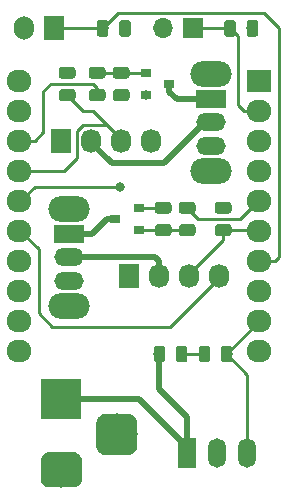
<source format=gbr>
G04 #@! TF.GenerationSoftware,KiCad,Pcbnew,5.0.0*
G04 #@! TF.CreationDate,2018-11-28T10:21:33-08:00*
G04 #@! TF.ProjectId,fanpower,66616E706F7765722E6B696361645F70,rev?*
G04 #@! TF.SameCoordinates,Original*
G04 #@! TF.FileFunction,Copper,L1,Top,Signal*
G04 #@! TF.FilePolarity,Positive*
%FSLAX46Y46*%
G04 Gerber Fmt 4.6, Leading zero omitted, Abs format (unit mm)*
G04 Created by KiCad (PCBNEW 5.0.0) date Wed Nov 28 10:21:33 2018*
%MOMM*%
%LPD*%
G01*
G04 APERTURE LIST*
G04 #@! TA.AperFunction,ComponentPad*
%ADD10R,1.700000X2.000000*%
G04 #@! TD*
G04 #@! TA.AperFunction,ComponentPad*
%ADD11O,1.700000X2.000000*%
G04 #@! TD*
G04 #@! TA.AperFunction,SMDPad,CuDef*
%ADD12R,0.900000X0.800000*%
G04 #@! TD*
G04 #@! TA.AperFunction,ComponentPad*
%ADD13R,2.100000X1.900000*%
G04 #@! TD*
G04 #@! TA.AperFunction,ComponentPad*
%ADD14O,2.100000X1.900000*%
G04 #@! TD*
G04 #@! TA.AperFunction,Conductor*
%ADD15C,0.100000*%
G04 #@! TD*
G04 #@! TA.AperFunction,SMDPad,CuDef*
%ADD16C,0.975000*%
G04 #@! TD*
G04 #@! TA.AperFunction,ComponentPad*
%ADD17R,3.500000X3.500000*%
G04 #@! TD*
G04 #@! TA.AperFunction,ComponentPad*
%ADD18C,3.000000*%
G04 #@! TD*
G04 #@! TA.AperFunction,ComponentPad*
%ADD19C,3.500000*%
G04 #@! TD*
G04 #@! TA.AperFunction,ComponentPad*
%ADD20R,1.700000X1.700000*%
G04 #@! TD*
G04 #@! TA.AperFunction,ComponentPad*
%ADD21O,1.700000X1.700000*%
G04 #@! TD*
G04 #@! TA.AperFunction,ComponentPad*
%ADD22O,1.730000X2.030000*%
G04 #@! TD*
G04 #@! TA.AperFunction,ComponentPad*
%ADD23R,1.730000X2.030000*%
G04 #@! TD*
G04 #@! TA.AperFunction,ComponentPad*
%ADD24O,3.500000X2.200000*%
G04 #@! TD*
G04 #@! TA.AperFunction,ComponentPad*
%ADD25O,2.500000X1.500000*%
G04 #@! TD*
G04 #@! TA.AperFunction,ComponentPad*
%ADD26R,2.500000X1.500000*%
G04 #@! TD*
G04 #@! TA.AperFunction,ComponentPad*
%ADD27R,1.500000X2.500000*%
G04 #@! TD*
G04 #@! TA.AperFunction,ComponentPad*
%ADD28O,1.500000X2.500000*%
G04 #@! TD*
G04 #@! TA.AperFunction,ViaPad*
%ADD29C,0.800000*%
G04 #@! TD*
G04 #@! TA.AperFunction,Conductor*
%ADD30C,0.250000*%
G04 #@! TD*
G04 #@! TA.AperFunction,Conductor*
%ADD31C,0.508000*%
G04 #@! TD*
G04 APERTURE END LIST*
D10*
G04 #@! TO.P,FLOW1,1*
G04 #@! TO.N,/FLOW*
X192405000Y-86995000D03*
D11*
G04 #@! TO.P,FLOW1,2*
G04 #@! TO.N,GND*
X189905000Y-86995000D03*
G04 #@! TD*
D12*
G04 #@! TO.P,Q2,3*
G04 #@! TO.N,Net-(Q2-Pad3)*
X197628000Y-103124000D03*
G04 #@! TO.P,Q2,2*
G04 #@! TO.N,GND*
X199628000Y-102174000D03*
G04 #@! TO.P,Q2,1*
G04 #@! TO.N,Net-(Q2-Pad1)*
X199628000Y-104074000D03*
G04 #@! TD*
G04 #@! TO.P,Q1,1*
G04 #@! TO.N,Net-(Q1-Pad1)*
X200184000Y-90744000D03*
G04 #@! TO.P,Q1,2*
G04 #@! TO.N,GND*
X200184000Y-92644000D03*
G04 #@! TO.P,Q1,3*
G04 #@! TO.N,Net-(Q1-Pad3)*
X202184000Y-91694000D03*
G04 #@! TD*
D13*
G04 #@! TO.P,A1,1*
G04 #@! TO.N,Net-(A1-Pad1)*
X209804000Y-91440000D03*
D14*
G04 #@! TO.P,A1,20*
G04 #@! TO.N,Net-(A1-Pad20)*
X189484000Y-91440000D03*
G04 #@! TO.P,A1,2*
G04 #@! TO.N,/NTC*
X209804000Y-93980000D03*
G04 #@! TO.P,A1,19*
G04 #@! TO.N,Net-(A1-Pad19)*
X189484000Y-93980000D03*
G04 #@! TO.P,A1,3*
G04 #@! TO.N,Net-(A1-Pad3)*
X209804000Y-96520000D03*
G04 #@! TO.P,A1,18*
G04 #@! TO.N,/SIGON1*
X189484000Y-96520000D03*
G04 #@! TO.P,A1,4*
G04 #@! TO.N,Net-(A1-Pad4)*
X209804000Y-99060000D03*
G04 #@! TO.P,A1,17*
G04 #@! TO.N,/SIGTACH1*
X189484000Y-99060000D03*
G04 #@! TO.P,A1,5*
G04 #@! TO.N,/SIGON2*
X209804000Y-101600000D03*
G04 #@! TO.P,A1,16*
G04 #@! TO.N,/SIGPWM1*
X189484000Y-101600000D03*
G04 #@! TO.P,A1,6*
G04 #@! TO.N,/SIGTACH2*
X209804000Y-104140000D03*
G04 #@! TO.P,A1,15*
G04 #@! TO.N,/SIGPWM2*
X189484000Y-104140000D03*
G04 #@! TO.P,A1,7*
G04 #@! TO.N,/FLOW*
X209804000Y-106680000D03*
G04 #@! TO.P,A1,14*
G04 #@! TO.N,Net-(A1-Pad14)*
X189484000Y-106680000D03*
G04 #@! TO.P,A1,8*
G04 #@! TO.N,Net-(A1-Pad8)*
X209804000Y-109220000D03*
G04 #@! TO.P,A1,13*
G04 #@! TO.N,+3V3*
X189484000Y-109220000D03*
G04 #@! TO.P,A1,9*
G04 #@! TO.N,+5V*
X209804000Y-111760000D03*
G04 #@! TO.P,A1,12*
G04 #@! TO.N,Net-(A1-Pad12)*
X189484000Y-111760000D03*
G04 #@! TO.P,A1,10*
G04 #@! TO.N,GND*
X209804000Y-114300000D03*
G04 #@! TO.P,A1,11*
X189484000Y-114300000D03*
G04 #@! TD*
D15*
G04 #@! TO.N,/SIGTACH2*
G04 #@! TO.C,R9*
G36*
X207236142Y-103575174D02*
X207259803Y-103578684D01*
X207283007Y-103584496D01*
X207305529Y-103592554D01*
X207327153Y-103602782D01*
X207347670Y-103615079D01*
X207366883Y-103629329D01*
X207384607Y-103645393D01*
X207400671Y-103663117D01*
X207414921Y-103682330D01*
X207427218Y-103702847D01*
X207437446Y-103724471D01*
X207445504Y-103746993D01*
X207451316Y-103770197D01*
X207454826Y-103793858D01*
X207456000Y-103817750D01*
X207456000Y-104305250D01*
X207454826Y-104329142D01*
X207451316Y-104352803D01*
X207445504Y-104376007D01*
X207437446Y-104398529D01*
X207427218Y-104420153D01*
X207414921Y-104440670D01*
X207400671Y-104459883D01*
X207384607Y-104477607D01*
X207366883Y-104493671D01*
X207347670Y-104507921D01*
X207327153Y-104520218D01*
X207305529Y-104530446D01*
X207283007Y-104538504D01*
X207259803Y-104544316D01*
X207236142Y-104547826D01*
X207212250Y-104549000D01*
X206299750Y-104549000D01*
X206275858Y-104547826D01*
X206252197Y-104544316D01*
X206228993Y-104538504D01*
X206206471Y-104530446D01*
X206184847Y-104520218D01*
X206164330Y-104507921D01*
X206145117Y-104493671D01*
X206127393Y-104477607D01*
X206111329Y-104459883D01*
X206097079Y-104440670D01*
X206084782Y-104420153D01*
X206074554Y-104398529D01*
X206066496Y-104376007D01*
X206060684Y-104352803D01*
X206057174Y-104329142D01*
X206056000Y-104305250D01*
X206056000Y-103817750D01*
X206057174Y-103793858D01*
X206060684Y-103770197D01*
X206066496Y-103746993D01*
X206074554Y-103724471D01*
X206084782Y-103702847D01*
X206097079Y-103682330D01*
X206111329Y-103663117D01*
X206127393Y-103645393D01*
X206145117Y-103629329D01*
X206164330Y-103615079D01*
X206184847Y-103602782D01*
X206206471Y-103592554D01*
X206228993Y-103584496D01*
X206252197Y-103578684D01*
X206275858Y-103575174D01*
X206299750Y-103574000D01*
X207212250Y-103574000D01*
X207236142Y-103575174D01*
X207236142Y-103575174D01*
G37*
D16*
G04 #@! TD*
G04 #@! TO.P,R9,2*
G04 #@! TO.N,/SIGTACH2*
X206756000Y-104061500D03*
D15*
G04 #@! TO.N,+3V3*
G04 #@! TO.C,R9*
G36*
X207236142Y-101700174D02*
X207259803Y-101703684D01*
X207283007Y-101709496D01*
X207305529Y-101717554D01*
X207327153Y-101727782D01*
X207347670Y-101740079D01*
X207366883Y-101754329D01*
X207384607Y-101770393D01*
X207400671Y-101788117D01*
X207414921Y-101807330D01*
X207427218Y-101827847D01*
X207437446Y-101849471D01*
X207445504Y-101871993D01*
X207451316Y-101895197D01*
X207454826Y-101918858D01*
X207456000Y-101942750D01*
X207456000Y-102430250D01*
X207454826Y-102454142D01*
X207451316Y-102477803D01*
X207445504Y-102501007D01*
X207437446Y-102523529D01*
X207427218Y-102545153D01*
X207414921Y-102565670D01*
X207400671Y-102584883D01*
X207384607Y-102602607D01*
X207366883Y-102618671D01*
X207347670Y-102632921D01*
X207327153Y-102645218D01*
X207305529Y-102655446D01*
X207283007Y-102663504D01*
X207259803Y-102669316D01*
X207236142Y-102672826D01*
X207212250Y-102674000D01*
X206299750Y-102674000D01*
X206275858Y-102672826D01*
X206252197Y-102669316D01*
X206228993Y-102663504D01*
X206206471Y-102655446D01*
X206184847Y-102645218D01*
X206164330Y-102632921D01*
X206145117Y-102618671D01*
X206127393Y-102602607D01*
X206111329Y-102584883D01*
X206097079Y-102565670D01*
X206084782Y-102545153D01*
X206074554Y-102523529D01*
X206066496Y-102501007D01*
X206060684Y-102477803D01*
X206057174Y-102454142D01*
X206056000Y-102430250D01*
X206056000Y-101942750D01*
X206057174Y-101918858D01*
X206060684Y-101895197D01*
X206066496Y-101871993D01*
X206074554Y-101849471D01*
X206084782Y-101827847D01*
X206097079Y-101807330D01*
X206111329Y-101788117D01*
X206127393Y-101770393D01*
X206145117Y-101754329D01*
X206164330Y-101740079D01*
X206184847Y-101727782D01*
X206206471Y-101717554D01*
X206228993Y-101709496D01*
X206252197Y-101703684D01*
X206275858Y-101700174D01*
X206299750Y-101699000D01*
X207212250Y-101699000D01*
X207236142Y-101700174D01*
X207236142Y-101700174D01*
G37*
D16*
G04 #@! TD*
G04 #@! TO.P,R9,1*
G04 #@! TO.N,+3V3*
X206756000Y-102186500D03*
D15*
G04 #@! TO.N,+3V3*
G04 #@! TO.C,R6*
G36*
X194028142Y-90270174D02*
X194051803Y-90273684D01*
X194075007Y-90279496D01*
X194097529Y-90287554D01*
X194119153Y-90297782D01*
X194139670Y-90310079D01*
X194158883Y-90324329D01*
X194176607Y-90340393D01*
X194192671Y-90358117D01*
X194206921Y-90377330D01*
X194219218Y-90397847D01*
X194229446Y-90419471D01*
X194237504Y-90441993D01*
X194243316Y-90465197D01*
X194246826Y-90488858D01*
X194248000Y-90512750D01*
X194248000Y-91000250D01*
X194246826Y-91024142D01*
X194243316Y-91047803D01*
X194237504Y-91071007D01*
X194229446Y-91093529D01*
X194219218Y-91115153D01*
X194206921Y-91135670D01*
X194192671Y-91154883D01*
X194176607Y-91172607D01*
X194158883Y-91188671D01*
X194139670Y-91202921D01*
X194119153Y-91215218D01*
X194097529Y-91225446D01*
X194075007Y-91233504D01*
X194051803Y-91239316D01*
X194028142Y-91242826D01*
X194004250Y-91244000D01*
X193091750Y-91244000D01*
X193067858Y-91242826D01*
X193044197Y-91239316D01*
X193020993Y-91233504D01*
X192998471Y-91225446D01*
X192976847Y-91215218D01*
X192956330Y-91202921D01*
X192937117Y-91188671D01*
X192919393Y-91172607D01*
X192903329Y-91154883D01*
X192889079Y-91135670D01*
X192876782Y-91115153D01*
X192866554Y-91093529D01*
X192858496Y-91071007D01*
X192852684Y-91047803D01*
X192849174Y-91024142D01*
X192848000Y-91000250D01*
X192848000Y-90512750D01*
X192849174Y-90488858D01*
X192852684Y-90465197D01*
X192858496Y-90441993D01*
X192866554Y-90419471D01*
X192876782Y-90397847D01*
X192889079Y-90377330D01*
X192903329Y-90358117D01*
X192919393Y-90340393D01*
X192937117Y-90324329D01*
X192956330Y-90310079D01*
X192976847Y-90297782D01*
X192998471Y-90287554D01*
X193020993Y-90279496D01*
X193044197Y-90273684D01*
X193067858Y-90270174D01*
X193091750Y-90269000D01*
X194004250Y-90269000D01*
X194028142Y-90270174D01*
X194028142Y-90270174D01*
G37*
D16*
G04 #@! TD*
G04 #@! TO.P,R6,1*
G04 #@! TO.N,+3V3*
X193548000Y-90756500D03*
D15*
G04 #@! TO.N,/SIGTACH1*
G04 #@! TO.C,R6*
G36*
X194028142Y-92145174D02*
X194051803Y-92148684D01*
X194075007Y-92154496D01*
X194097529Y-92162554D01*
X194119153Y-92172782D01*
X194139670Y-92185079D01*
X194158883Y-92199329D01*
X194176607Y-92215393D01*
X194192671Y-92233117D01*
X194206921Y-92252330D01*
X194219218Y-92272847D01*
X194229446Y-92294471D01*
X194237504Y-92316993D01*
X194243316Y-92340197D01*
X194246826Y-92363858D01*
X194248000Y-92387750D01*
X194248000Y-92875250D01*
X194246826Y-92899142D01*
X194243316Y-92922803D01*
X194237504Y-92946007D01*
X194229446Y-92968529D01*
X194219218Y-92990153D01*
X194206921Y-93010670D01*
X194192671Y-93029883D01*
X194176607Y-93047607D01*
X194158883Y-93063671D01*
X194139670Y-93077921D01*
X194119153Y-93090218D01*
X194097529Y-93100446D01*
X194075007Y-93108504D01*
X194051803Y-93114316D01*
X194028142Y-93117826D01*
X194004250Y-93119000D01*
X193091750Y-93119000D01*
X193067858Y-93117826D01*
X193044197Y-93114316D01*
X193020993Y-93108504D01*
X192998471Y-93100446D01*
X192976847Y-93090218D01*
X192956330Y-93077921D01*
X192937117Y-93063671D01*
X192919393Y-93047607D01*
X192903329Y-93029883D01*
X192889079Y-93010670D01*
X192876782Y-92990153D01*
X192866554Y-92968529D01*
X192858496Y-92946007D01*
X192852684Y-92922803D01*
X192849174Y-92899142D01*
X192848000Y-92875250D01*
X192848000Y-92387750D01*
X192849174Y-92363858D01*
X192852684Y-92340197D01*
X192858496Y-92316993D01*
X192866554Y-92294471D01*
X192876782Y-92272847D01*
X192889079Y-92252330D01*
X192903329Y-92233117D01*
X192919393Y-92215393D01*
X192937117Y-92199329D01*
X192956330Y-92185079D01*
X192976847Y-92172782D01*
X192998471Y-92162554D01*
X193020993Y-92154496D01*
X193044197Y-92148684D01*
X193067858Y-92145174D01*
X193091750Y-92144000D01*
X194004250Y-92144000D01*
X194028142Y-92145174D01*
X194028142Y-92145174D01*
G37*
D16*
G04 #@! TD*
G04 #@! TO.P,R6,2*
G04 #@! TO.N,/SIGTACH1*
X193548000Y-92631500D03*
D15*
G04 #@! TO.N,/SIGON2*
G04 #@! TO.C,R7*
G36*
X204188142Y-101700174D02*
X204211803Y-101703684D01*
X204235007Y-101709496D01*
X204257529Y-101717554D01*
X204279153Y-101727782D01*
X204299670Y-101740079D01*
X204318883Y-101754329D01*
X204336607Y-101770393D01*
X204352671Y-101788117D01*
X204366921Y-101807330D01*
X204379218Y-101827847D01*
X204389446Y-101849471D01*
X204397504Y-101871993D01*
X204403316Y-101895197D01*
X204406826Y-101918858D01*
X204408000Y-101942750D01*
X204408000Y-102430250D01*
X204406826Y-102454142D01*
X204403316Y-102477803D01*
X204397504Y-102501007D01*
X204389446Y-102523529D01*
X204379218Y-102545153D01*
X204366921Y-102565670D01*
X204352671Y-102584883D01*
X204336607Y-102602607D01*
X204318883Y-102618671D01*
X204299670Y-102632921D01*
X204279153Y-102645218D01*
X204257529Y-102655446D01*
X204235007Y-102663504D01*
X204211803Y-102669316D01*
X204188142Y-102672826D01*
X204164250Y-102674000D01*
X203251750Y-102674000D01*
X203227858Y-102672826D01*
X203204197Y-102669316D01*
X203180993Y-102663504D01*
X203158471Y-102655446D01*
X203136847Y-102645218D01*
X203116330Y-102632921D01*
X203097117Y-102618671D01*
X203079393Y-102602607D01*
X203063329Y-102584883D01*
X203049079Y-102565670D01*
X203036782Y-102545153D01*
X203026554Y-102523529D01*
X203018496Y-102501007D01*
X203012684Y-102477803D01*
X203009174Y-102454142D01*
X203008000Y-102430250D01*
X203008000Y-101942750D01*
X203009174Y-101918858D01*
X203012684Y-101895197D01*
X203018496Y-101871993D01*
X203026554Y-101849471D01*
X203036782Y-101827847D01*
X203049079Y-101807330D01*
X203063329Y-101788117D01*
X203079393Y-101770393D01*
X203097117Y-101754329D01*
X203116330Y-101740079D01*
X203136847Y-101727782D01*
X203158471Y-101717554D01*
X203180993Y-101709496D01*
X203204197Y-101703684D01*
X203227858Y-101700174D01*
X203251750Y-101699000D01*
X204164250Y-101699000D01*
X204188142Y-101700174D01*
X204188142Y-101700174D01*
G37*
D16*
G04 #@! TD*
G04 #@! TO.P,R7,2*
G04 #@! TO.N,/SIGON2*
X203708000Y-102186500D03*
D15*
G04 #@! TO.N,Net-(Q2-Pad1)*
G04 #@! TO.C,R7*
G36*
X204188142Y-103575174D02*
X204211803Y-103578684D01*
X204235007Y-103584496D01*
X204257529Y-103592554D01*
X204279153Y-103602782D01*
X204299670Y-103615079D01*
X204318883Y-103629329D01*
X204336607Y-103645393D01*
X204352671Y-103663117D01*
X204366921Y-103682330D01*
X204379218Y-103702847D01*
X204389446Y-103724471D01*
X204397504Y-103746993D01*
X204403316Y-103770197D01*
X204406826Y-103793858D01*
X204408000Y-103817750D01*
X204408000Y-104305250D01*
X204406826Y-104329142D01*
X204403316Y-104352803D01*
X204397504Y-104376007D01*
X204389446Y-104398529D01*
X204379218Y-104420153D01*
X204366921Y-104440670D01*
X204352671Y-104459883D01*
X204336607Y-104477607D01*
X204318883Y-104493671D01*
X204299670Y-104507921D01*
X204279153Y-104520218D01*
X204257529Y-104530446D01*
X204235007Y-104538504D01*
X204211803Y-104544316D01*
X204188142Y-104547826D01*
X204164250Y-104549000D01*
X203251750Y-104549000D01*
X203227858Y-104547826D01*
X203204197Y-104544316D01*
X203180993Y-104538504D01*
X203158471Y-104530446D01*
X203136847Y-104520218D01*
X203116330Y-104507921D01*
X203097117Y-104493671D01*
X203079393Y-104477607D01*
X203063329Y-104459883D01*
X203049079Y-104440670D01*
X203036782Y-104420153D01*
X203026554Y-104398529D01*
X203018496Y-104376007D01*
X203012684Y-104352803D01*
X203009174Y-104329142D01*
X203008000Y-104305250D01*
X203008000Y-103817750D01*
X203009174Y-103793858D01*
X203012684Y-103770197D01*
X203018496Y-103746993D01*
X203026554Y-103724471D01*
X203036782Y-103702847D01*
X203049079Y-103682330D01*
X203063329Y-103663117D01*
X203079393Y-103645393D01*
X203097117Y-103629329D01*
X203116330Y-103615079D01*
X203136847Y-103602782D01*
X203158471Y-103592554D01*
X203180993Y-103584496D01*
X203204197Y-103578684D01*
X203227858Y-103575174D01*
X203251750Y-103574000D01*
X204164250Y-103574000D01*
X204188142Y-103575174D01*
X204188142Y-103575174D01*
G37*
D16*
G04 #@! TD*
G04 #@! TO.P,R7,1*
G04 #@! TO.N,Net-(Q2-Pad1)*
X203708000Y-104061500D03*
D15*
G04 #@! TO.N,Net-(Q2-Pad1)*
G04 #@! TO.C,R8*
G36*
X202156142Y-103575174D02*
X202179803Y-103578684D01*
X202203007Y-103584496D01*
X202225529Y-103592554D01*
X202247153Y-103602782D01*
X202267670Y-103615079D01*
X202286883Y-103629329D01*
X202304607Y-103645393D01*
X202320671Y-103663117D01*
X202334921Y-103682330D01*
X202347218Y-103702847D01*
X202357446Y-103724471D01*
X202365504Y-103746993D01*
X202371316Y-103770197D01*
X202374826Y-103793858D01*
X202376000Y-103817750D01*
X202376000Y-104305250D01*
X202374826Y-104329142D01*
X202371316Y-104352803D01*
X202365504Y-104376007D01*
X202357446Y-104398529D01*
X202347218Y-104420153D01*
X202334921Y-104440670D01*
X202320671Y-104459883D01*
X202304607Y-104477607D01*
X202286883Y-104493671D01*
X202267670Y-104507921D01*
X202247153Y-104520218D01*
X202225529Y-104530446D01*
X202203007Y-104538504D01*
X202179803Y-104544316D01*
X202156142Y-104547826D01*
X202132250Y-104549000D01*
X201219750Y-104549000D01*
X201195858Y-104547826D01*
X201172197Y-104544316D01*
X201148993Y-104538504D01*
X201126471Y-104530446D01*
X201104847Y-104520218D01*
X201084330Y-104507921D01*
X201065117Y-104493671D01*
X201047393Y-104477607D01*
X201031329Y-104459883D01*
X201017079Y-104440670D01*
X201004782Y-104420153D01*
X200994554Y-104398529D01*
X200986496Y-104376007D01*
X200980684Y-104352803D01*
X200977174Y-104329142D01*
X200976000Y-104305250D01*
X200976000Y-103817750D01*
X200977174Y-103793858D01*
X200980684Y-103770197D01*
X200986496Y-103746993D01*
X200994554Y-103724471D01*
X201004782Y-103702847D01*
X201017079Y-103682330D01*
X201031329Y-103663117D01*
X201047393Y-103645393D01*
X201065117Y-103629329D01*
X201084330Y-103615079D01*
X201104847Y-103602782D01*
X201126471Y-103592554D01*
X201148993Y-103584496D01*
X201172197Y-103578684D01*
X201195858Y-103575174D01*
X201219750Y-103574000D01*
X202132250Y-103574000D01*
X202156142Y-103575174D01*
X202156142Y-103575174D01*
G37*
D16*
G04 #@! TD*
G04 #@! TO.P,R8,1*
G04 #@! TO.N,Net-(Q2-Pad1)*
X201676000Y-104061500D03*
D15*
G04 #@! TO.N,GND*
G04 #@! TO.C,R8*
G36*
X202156142Y-101700174D02*
X202179803Y-101703684D01*
X202203007Y-101709496D01*
X202225529Y-101717554D01*
X202247153Y-101727782D01*
X202267670Y-101740079D01*
X202286883Y-101754329D01*
X202304607Y-101770393D01*
X202320671Y-101788117D01*
X202334921Y-101807330D01*
X202347218Y-101827847D01*
X202357446Y-101849471D01*
X202365504Y-101871993D01*
X202371316Y-101895197D01*
X202374826Y-101918858D01*
X202376000Y-101942750D01*
X202376000Y-102430250D01*
X202374826Y-102454142D01*
X202371316Y-102477803D01*
X202365504Y-102501007D01*
X202357446Y-102523529D01*
X202347218Y-102545153D01*
X202334921Y-102565670D01*
X202320671Y-102584883D01*
X202304607Y-102602607D01*
X202286883Y-102618671D01*
X202267670Y-102632921D01*
X202247153Y-102645218D01*
X202225529Y-102655446D01*
X202203007Y-102663504D01*
X202179803Y-102669316D01*
X202156142Y-102672826D01*
X202132250Y-102674000D01*
X201219750Y-102674000D01*
X201195858Y-102672826D01*
X201172197Y-102669316D01*
X201148993Y-102663504D01*
X201126471Y-102655446D01*
X201104847Y-102645218D01*
X201084330Y-102632921D01*
X201065117Y-102618671D01*
X201047393Y-102602607D01*
X201031329Y-102584883D01*
X201017079Y-102565670D01*
X201004782Y-102545153D01*
X200994554Y-102523529D01*
X200986496Y-102501007D01*
X200980684Y-102477803D01*
X200977174Y-102454142D01*
X200976000Y-102430250D01*
X200976000Y-101942750D01*
X200977174Y-101918858D01*
X200980684Y-101895197D01*
X200986496Y-101871993D01*
X200994554Y-101849471D01*
X201004782Y-101827847D01*
X201017079Y-101807330D01*
X201031329Y-101788117D01*
X201047393Y-101770393D01*
X201065117Y-101754329D01*
X201084330Y-101740079D01*
X201104847Y-101727782D01*
X201126471Y-101717554D01*
X201148993Y-101709496D01*
X201172197Y-101703684D01*
X201195858Y-101700174D01*
X201219750Y-101699000D01*
X202132250Y-101699000D01*
X202156142Y-101700174D01*
X202156142Y-101700174D01*
G37*
D16*
G04 #@! TD*
G04 #@! TO.P,R8,2*
G04 #@! TO.N,GND*
X201676000Y-102186500D03*
D15*
G04 #@! TO.N,+12V*
G04 #@! TO.C,C1*
G36*
X201625338Y-113861652D02*
X201648999Y-113865162D01*
X201672203Y-113870974D01*
X201694725Y-113879032D01*
X201716349Y-113889260D01*
X201736866Y-113901557D01*
X201756079Y-113915807D01*
X201773803Y-113931871D01*
X201789867Y-113949595D01*
X201804117Y-113968808D01*
X201816414Y-113989325D01*
X201826642Y-114010949D01*
X201834700Y-114033471D01*
X201840512Y-114056675D01*
X201844022Y-114080336D01*
X201845196Y-114104228D01*
X201845196Y-115016728D01*
X201844022Y-115040620D01*
X201840512Y-115064281D01*
X201834700Y-115087485D01*
X201826642Y-115110007D01*
X201816414Y-115131631D01*
X201804117Y-115152148D01*
X201789867Y-115171361D01*
X201773803Y-115189085D01*
X201756079Y-115205149D01*
X201736866Y-115219399D01*
X201716349Y-115231696D01*
X201694725Y-115241924D01*
X201672203Y-115249982D01*
X201648999Y-115255794D01*
X201625338Y-115259304D01*
X201601446Y-115260478D01*
X201113946Y-115260478D01*
X201090054Y-115259304D01*
X201066393Y-115255794D01*
X201043189Y-115249982D01*
X201020667Y-115241924D01*
X200999043Y-115231696D01*
X200978526Y-115219399D01*
X200959313Y-115205149D01*
X200941589Y-115189085D01*
X200925525Y-115171361D01*
X200911275Y-115152148D01*
X200898978Y-115131631D01*
X200888750Y-115110007D01*
X200880692Y-115087485D01*
X200874880Y-115064281D01*
X200871370Y-115040620D01*
X200870196Y-115016728D01*
X200870196Y-114104228D01*
X200871370Y-114080336D01*
X200874880Y-114056675D01*
X200880692Y-114033471D01*
X200888750Y-114010949D01*
X200898978Y-113989325D01*
X200911275Y-113968808D01*
X200925525Y-113949595D01*
X200941589Y-113931871D01*
X200959313Y-113915807D01*
X200978526Y-113901557D01*
X200999043Y-113889260D01*
X201020667Y-113879032D01*
X201043189Y-113870974D01*
X201066393Y-113865162D01*
X201090054Y-113861652D01*
X201113946Y-113860478D01*
X201601446Y-113860478D01*
X201625338Y-113861652D01*
X201625338Y-113861652D01*
G37*
D16*
G04 #@! TD*
G04 #@! TO.P,C1,1*
G04 #@! TO.N,+12V*
X201357696Y-114560478D03*
D15*
G04 #@! TO.N,GND*
G04 #@! TO.C,C1*
G36*
X203500338Y-113861652D02*
X203523999Y-113865162D01*
X203547203Y-113870974D01*
X203569725Y-113879032D01*
X203591349Y-113889260D01*
X203611866Y-113901557D01*
X203631079Y-113915807D01*
X203648803Y-113931871D01*
X203664867Y-113949595D01*
X203679117Y-113968808D01*
X203691414Y-113989325D01*
X203701642Y-114010949D01*
X203709700Y-114033471D01*
X203715512Y-114056675D01*
X203719022Y-114080336D01*
X203720196Y-114104228D01*
X203720196Y-115016728D01*
X203719022Y-115040620D01*
X203715512Y-115064281D01*
X203709700Y-115087485D01*
X203701642Y-115110007D01*
X203691414Y-115131631D01*
X203679117Y-115152148D01*
X203664867Y-115171361D01*
X203648803Y-115189085D01*
X203631079Y-115205149D01*
X203611866Y-115219399D01*
X203591349Y-115231696D01*
X203569725Y-115241924D01*
X203547203Y-115249982D01*
X203523999Y-115255794D01*
X203500338Y-115259304D01*
X203476446Y-115260478D01*
X202988946Y-115260478D01*
X202965054Y-115259304D01*
X202941393Y-115255794D01*
X202918189Y-115249982D01*
X202895667Y-115241924D01*
X202874043Y-115231696D01*
X202853526Y-115219399D01*
X202834313Y-115205149D01*
X202816589Y-115189085D01*
X202800525Y-115171361D01*
X202786275Y-115152148D01*
X202773978Y-115131631D01*
X202763750Y-115110007D01*
X202755692Y-115087485D01*
X202749880Y-115064281D01*
X202746370Y-115040620D01*
X202745196Y-115016728D01*
X202745196Y-114104228D01*
X202746370Y-114080336D01*
X202749880Y-114056675D01*
X202755692Y-114033471D01*
X202763750Y-114010949D01*
X202773978Y-113989325D01*
X202786275Y-113968808D01*
X202800525Y-113949595D01*
X202816589Y-113931871D01*
X202834313Y-113915807D01*
X202853526Y-113901557D01*
X202874043Y-113889260D01*
X202895667Y-113879032D01*
X202918189Y-113870974D01*
X202941393Y-113865162D01*
X202965054Y-113861652D01*
X202988946Y-113860478D01*
X203476446Y-113860478D01*
X203500338Y-113861652D01*
X203500338Y-113861652D01*
G37*
D16*
G04 #@! TD*
G04 #@! TO.P,C1,2*
G04 #@! TO.N,GND*
X203232696Y-114560478D03*
D15*
G04 #@! TO.N,GND*
G04 #@! TO.C,C2*
G36*
X205435338Y-113861652D02*
X205458999Y-113865162D01*
X205482203Y-113870974D01*
X205504725Y-113879032D01*
X205526349Y-113889260D01*
X205546866Y-113901557D01*
X205566079Y-113915807D01*
X205583803Y-113931871D01*
X205599867Y-113949595D01*
X205614117Y-113968808D01*
X205626414Y-113989325D01*
X205636642Y-114010949D01*
X205644700Y-114033471D01*
X205650512Y-114056675D01*
X205654022Y-114080336D01*
X205655196Y-114104228D01*
X205655196Y-115016728D01*
X205654022Y-115040620D01*
X205650512Y-115064281D01*
X205644700Y-115087485D01*
X205636642Y-115110007D01*
X205626414Y-115131631D01*
X205614117Y-115152148D01*
X205599867Y-115171361D01*
X205583803Y-115189085D01*
X205566079Y-115205149D01*
X205546866Y-115219399D01*
X205526349Y-115231696D01*
X205504725Y-115241924D01*
X205482203Y-115249982D01*
X205458999Y-115255794D01*
X205435338Y-115259304D01*
X205411446Y-115260478D01*
X204923946Y-115260478D01*
X204900054Y-115259304D01*
X204876393Y-115255794D01*
X204853189Y-115249982D01*
X204830667Y-115241924D01*
X204809043Y-115231696D01*
X204788526Y-115219399D01*
X204769313Y-115205149D01*
X204751589Y-115189085D01*
X204735525Y-115171361D01*
X204721275Y-115152148D01*
X204708978Y-115131631D01*
X204698750Y-115110007D01*
X204690692Y-115087485D01*
X204684880Y-115064281D01*
X204681370Y-115040620D01*
X204680196Y-115016728D01*
X204680196Y-114104228D01*
X204681370Y-114080336D01*
X204684880Y-114056675D01*
X204690692Y-114033471D01*
X204698750Y-114010949D01*
X204708978Y-113989325D01*
X204721275Y-113968808D01*
X204735525Y-113949595D01*
X204751589Y-113931871D01*
X204769313Y-113915807D01*
X204788526Y-113901557D01*
X204809043Y-113889260D01*
X204830667Y-113879032D01*
X204853189Y-113870974D01*
X204876393Y-113865162D01*
X204900054Y-113861652D01*
X204923946Y-113860478D01*
X205411446Y-113860478D01*
X205435338Y-113861652D01*
X205435338Y-113861652D01*
G37*
D16*
G04 #@! TD*
G04 #@! TO.P,C2,2*
G04 #@! TO.N,GND*
X205167696Y-114560478D03*
D15*
G04 #@! TO.N,+5V*
G04 #@! TO.C,C2*
G36*
X207310338Y-113861652D02*
X207333999Y-113865162D01*
X207357203Y-113870974D01*
X207379725Y-113879032D01*
X207401349Y-113889260D01*
X207421866Y-113901557D01*
X207441079Y-113915807D01*
X207458803Y-113931871D01*
X207474867Y-113949595D01*
X207489117Y-113968808D01*
X207501414Y-113989325D01*
X207511642Y-114010949D01*
X207519700Y-114033471D01*
X207525512Y-114056675D01*
X207529022Y-114080336D01*
X207530196Y-114104228D01*
X207530196Y-115016728D01*
X207529022Y-115040620D01*
X207525512Y-115064281D01*
X207519700Y-115087485D01*
X207511642Y-115110007D01*
X207501414Y-115131631D01*
X207489117Y-115152148D01*
X207474867Y-115171361D01*
X207458803Y-115189085D01*
X207441079Y-115205149D01*
X207421866Y-115219399D01*
X207401349Y-115231696D01*
X207379725Y-115241924D01*
X207357203Y-115249982D01*
X207333999Y-115255794D01*
X207310338Y-115259304D01*
X207286446Y-115260478D01*
X206798946Y-115260478D01*
X206775054Y-115259304D01*
X206751393Y-115255794D01*
X206728189Y-115249982D01*
X206705667Y-115241924D01*
X206684043Y-115231696D01*
X206663526Y-115219399D01*
X206644313Y-115205149D01*
X206626589Y-115189085D01*
X206610525Y-115171361D01*
X206596275Y-115152148D01*
X206583978Y-115131631D01*
X206573750Y-115110007D01*
X206565692Y-115087485D01*
X206559880Y-115064281D01*
X206556370Y-115040620D01*
X206555196Y-115016728D01*
X206555196Y-114104228D01*
X206556370Y-114080336D01*
X206559880Y-114056675D01*
X206565692Y-114033471D01*
X206573750Y-114010949D01*
X206583978Y-113989325D01*
X206596275Y-113968808D01*
X206610525Y-113949595D01*
X206626589Y-113931871D01*
X206644313Y-113915807D01*
X206663526Y-113901557D01*
X206684043Y-113889260D01*
X206705667Y-113879032D01*
X206728189Y-113870974D01*
X206751393Y-113865162D01*
X206775054Y-113861652D01*
X206798946Y-113860478D01*
X207286446Y-113860478D01*
X207310338Y-113861652D01*
X207310338Y-113861652D01*
G37*
D16*
G04 #@! TD*
G04 #@! TO.P,C2,1*
G04 #@! TO.N,+5V*
X207042696Y-114560478D03*
D17*
G04 #@! TO.P,J2,1*
G04 #@! TO.N,+12V*
X193040000Y-118364000D03*
D15*
G04 #@! TD*
G04 #@! TO.N,GND*
G04 #@! TO.C,J2*
G36*
X194113513Y-122867611D02*
X194186318Y-122878411D01*
X194257714Y-122896295D01*
X194327013Y-122921090D01*
X194393548Y-122952559D01*
X194456678Y-122990398D01*
X194515795Y-123034242D01*
X194570330Y-123083670D01*
X194619758Y-123138205D01*
X194663602Y-123197322D01*
X194701441Y-123260452D01*
X194732910Y-123326987D01*
X194757705Y-123396286D01*
X194775589Y-123467682D01*
X194786389Y-123540487D01*
X194790000Y-123614000D01*
X194790000Y-125114000D01*
X194786389Y-125187513D01*
X194775589Y-125260318D01*
X194757705Y-125331714D01*
X194732910Y-125401013D01*
X194701441Y-125467548D01*
X194663602Y-125530678D01*
X194619758Y-125589795D01*
X194570330Y-125644330D01*
X194515795Y-125693758D01*
X194456678Y-125737602D01*
X194393548Y-125775441D01*
X194327013Y-125806910D01*
X194257714Y-125831705D01*
X194186318Y-125849589D01*
X194113513Y-125860389D01*
X194040000Y-125864000D01*
X192040000Y-125864000D01*
X191966487Y-125860389D01*
X191893682Y-125849589D01*
X191822286Y-125831705D01*
X191752987Y-125806910D01*
X191686452Y-125775441D01*
X191623322Y-125737602D01*
X191564205Y-125693758D01*
X191509670Y-125644330D01*
X191460242Y-125589795D01*
X191416398Y-125530678D01*
X191378559Y-125467548D01*
X191347090Y-125401013D01*
X191322295Y-125331714D01*
X191304411Y-125260318D01*
X191293611Y-125187513D01*
X191290000Y-125114000D01*
X191290000Y-123614000D01*
X191293611Y-123540487D01*
X191304411Y-123467682D01*
X191322295Y-123396286D01*
X191347090Y-123326987D01*
X191378559Y-123260452D01*
X191416398Y-123197322D01*
X191460242Y-123138205D01*
X191509670Y-123083670D01*
X191564205Y-123034242D01*
X191623322Y-122990398D01*
X191686452Y-122952559D01*
X191752987Y-122921090D01*
X191822286Y-122896295D01*
X191893682Y-122878411D01*
X191966487Y-122867611D01*
X192040000Y-122864000D01*
X194040000Y-122864000D01*
X194113513Y-122867611D01*
X194113513Y-122867611D01*
G37*
D18*
G04 #@! TO.P,J2,2*
G04 #@! TO.N,GND*
X193040000Y-124364000D03*
D15*
G04 #@! TD*
G04 #@! TO.N,Net-(J2-Pad3)*
G04 #@! TO.C,J2*
G36*
X198700765Y-119618213D02*
X198785704Y-119630813D01*
X198868999Y-119651677D01*
X198949848Y-119680605D01*
X199027472Y-119717319D01*
X199101124Y-119761464D01*
X199170094Y-119812616D01*
X199233718Y-119870282D01*
X199291384Y-119933906D01*
X199342536Y-120002876D01*
X199386681Y-120076528D01*
X199423395Y-120154152D01*
X199452323Y-120235001D01*
X199473187Y-120318296D01*
X199485787Y-120403235D01*
X199490000Y-120489000D01*
X199490000Y-122239000D01*
X199485787Y-122324765D01*
X199473187Y-122409704D01*
X199452323Y-122492999D01*
X199423395Y-122573848D01*
X199386681Y-122651472D01*
X199342536Y-122725124D01*
X199291384Y-122794094D01*
X199233718Y-122857718D01*
X199170094Y-122915384D01*
X199101124Y-122966536D01*
X199027472Y-123010681D01*
X198949848Y-123047395D01*
X198868999Y-123076323D01*
X198785704Y-123097187D01*
X198700765Y-123109787D01*
X198615000Y-123114000D01*
X196865000Y-123114000D01*
X196779235Y-123109787D01*
X196694296Y-123097187D01*
X196611001Y-123076323D01*
X196530152Y-123047395D01*
X196452528Y-123010681D01*
X196378876Y-122966536D01*
X196309906Y-122915384D01*
X196246282Y-122857718D01*
X196188616Y-122794094D01*
X196137464Y-122725124D01*
X196093319Y-122651472D01*
X196056605Y-122573848D01*
X196027677Y-122492999D01*
X196006813Y-122409704D01*
X195994213Y-122324765D01*
X195990000Y-122239000D01*
X195990000Y-120489000D01*
X195994213Y-120403235D01*
X196006813Y-120318296D01*
X196027677Y-120235001D01*
X196056605Y-120154152D01*
X196093319Y-120076528D01*
X196137464Y-120002876D01*
X196188616Y-119933906D01*
X196246282Y-119870282D01*
X196309906Y-119812616D01*
X196378876Y-119761464D01*
X196452528Y-119717319D01*
X196530152Y-119680605D01*
X196611001Y-119651677D01*
X196694296Y-119630813D01*
X196779235Y-119618213D01*
X196865000Y-119614000D01*
X198615000Y-119614000D01*
X198700765Y-119618213D01*
X198700765Y-119618213D01*
G37*
D19*
G04 #@! TO.P,J2,3*
G04 #@! TO.N,Net-(J2-Pad3)*
X197740000Y-121364000D03*
G04 #@! TD*
D20*
G04 #@! TO.P,NTC1,1*
G04 #@! TO.N,/NTC*
X204216000Y-86995000D03*
D21*
G04 #@! TO.P,NTC1,2*
G04 #@! TO.N,GND*
X201676000Y-86995000D03*
G04 #@! TD*
D22*
G04 #@! TO.P,FAN1,4*
G04 #@! TO.N,/SIGPWM1*
X200660000Y-96520000D03*
G04 #@! TO.P,FAN1,3*
G04 #@! TO.N,/SIGTACH1*
X198120000Y-96520000D03*
G04 #@! TO.P,FAN1,2*
G04 #@! TO.N,Net-(FAN1-Pad2)*
X195580000Y-96520000D03*
D23*
G04 #@! TO.P,FAN1,1*
G04 #@! TO.N,+12V*
X193040000Y-96520000D03*
G04 #@! TD*
G04 #@! TO.P,FAN2,1*
G04 #@! TO.N,+12V*
X198755000Y-107950000D03*
D22*
G04 #@! TO.P,FAN2,2*
G04 #@! TO.N,Net-(FAN2-Pad2)*
X201295000Y-107950000D03*
G04 #@! TO.P,FAN2,3*
G04 #@! TO.N,/SIGTACH2*
X203835000Y-107950000D03*
G04 #@! TO.P,FAN2,4*
G04 #@! TO.N,/SIGPWM2*
X206375000Y-107950000D03*
G04 #@! TD*
D15*
G04 #@! TO.N,/NTC*
G04 #@! TO.C,R1*
G36*
X207610142Y-86296174D02*
X207633803Y-86299684D01*
X207657007Y-86305496D01*
X207679529Y-86313554D01*
X207701153Y-86323782D01*
X207721670Y-86336079D01*
X207740883Y-86350329D01*
X207758607Y-86366393D01*
X207774671Y-86384117D01*
X207788921Y-86403330D01*
X207801218Y-86423847D01*
X207811446Y-86445471D01*
X207819504Y-86467993D01*
X207825316Y-86491197D01*
X207828826Y-86514858D01*
X207830000Y-86538750D01*
X207830000Y-87451250D01*
X207828826Y-87475142D01*
X207825316Y-87498803D01*
X207819504Y-87522007D01*
X207811446Y-87544529D01*
X207801218Y-87566153D01*
X207788921Y-87586670D01*
X207774671Y-87605883D01*
X207758607Y-87623607D01*
X207740883Y-87639671D01*
X207721670Y-87653921D01*
X207701153Y-87666218D01*
X207679529Y-87676446D01*
X207657007Y-87684504D01*
X207633803Y-87690316D01*
X207610142Y-87693826D01*
X207586250Y-87695000D01*
X207098750Y-87695000D01*
X207074858Y-87693826D01*
X207051197Y-87690316D01*
X207027993Y-87684504D01*
X207005471Y-87676446D01*
X206983847Y-87666218D01*
X206963330Y-87653921D01*
X206944117Y-87639671D01*
X206926393Y-87623607D01*
X206910329Y-87605883D01*
X206896079Y-87586670D01*
X206883782Y-87566153D01*
X206873554Y-87544529D01*
X206865496Y-87522007D01*
X206859684Y-87498803D01*
X206856174Y-87475142D01*
X206855000Y-87451250D01*
X206855000Y-86538750D01*
X206856174Y-86514858D01*
X206859684Y-86491197D01*
X206865496Y-86467993D01*
X206873554Y-86445471D01*
X206883782Y-86423847D01*
X206896079Y-86403330D01*
X206910329Y-86384117D01*
X206926393Y-86366393D01*
X206944117Y-86350329D01*
X206963330Y-86336079D01*
X206983847Y-86323782D01*
X207005471Y-86313554D01*
X207027993Y-86305496D01*
X207051197Y-86299684D01*
X207074858Y-86296174D01*
X207098750Y-86295000D01*
X207586250Y-86295000D01*
X207610142Y-86296174D01*
X207610142Y-86296174D01*
G37*
D16*
G04 #@! TD*
G04 #@! TO.P,R1,2*
G04 #@! TO.N,/NTC*
X207342500Y-86995000D03*
D15*
G04 #@! TO.N,+3V3*
G04 #@! TO.C,R1*
G36*
X209485142Y-86296174D02*
X209508803Y-86299684D01*
X209532007Y-86305496D01*
X209554529Y-86313554D01*
X209576153Y-86323782D01*
X209596670Y-86336079D01*
X209615883Y-86350329D01*
X209633607Y-86366393D01*
X209649671Y-86384117D01*
X209663921Y-86403330D01*
X209676218Y-86423847D01*
X209686446Y-86445471D01*
X209694504Y-86467993D01*
X209700316Y-86491197D01*
X209703826Y-86514858D01*
X209705000Y-86538750D01*
X209705000Y-87451250D01*
X209703826Y-87475142D01*
X209700316Y-87498803D01*
X209694504Y-87522007D01*
X209686446Y-87544529D01*
X209676218Y-87566153D01*
X209663921Y-87586670D01*
X209649671Y-87605883D01*
X209633607Y-87623607D01*
X209615883Y-87639671D01*
X209596670Y-87653921D01*
X209576153Y-87666218D01*
X209554529Y-87676446D01*
X209532007Y-87684504D01*
X209508803Y-87690316D01*
X209485142Y-87693826D01*
X209461250Y-87695000D01*
X208973750Y-87695000D01*
X208949858Y-87693826D01*
X208926197Y-87690316D01*
X208902993Y-87684504D01*
X208880471Y-87676446D01*
X208858847Y-87666218D01*
X208838330Y-87653921D01*
X208819117Y-87639671D01*
X208801393Y-87623607D01*
X208785329Y-87605883D01*
X208771079Y-87586670D01*
X208758782Y-87566153D01*
X208748554Y-87544529D01*
X208740496Y-87522007D01*
X208734684Y-87498803D01*
X208731174Y-87475142D01*
X208730000Y-87451250D01*
X208730000Y-86538750D01*
X208731174Y-86514858D01*
X208734684Y-86491197D01*
X208740496Y-86467993D01*
X208748554Y-86445471D01*
X208758782Y-86423847D01*
X208771079Y-86403330D01*
X208785329Y-86384117D01*
X208801393Y-86366393D01*
X208819117Y-86350329D01*
X208838330Y-86336079D01*
X208858847Y-86323782D01*
X208880471Y-86313554D01*
X208902993Y-86305496D01*
X208926197Y-86299684D01*
X208949858Y-86296174D01*
X208973750Y-86295000D01*
X209461250Y-86295000D01*
X209485142Y-86296174D01*
X209485142Y-86296174D01*
G37*
D16*
G04 #@! TD*
G04 #@! TO.P,R1,1*
G04 #@! TO.N,+3V3*
X209217500Y-86995000D03*
D15*
G04 #@! TO.N,+3V3*
G04 #@! TO.C,R2*
G36*
X198690142Y-86296174D02*
X198713803Y-86299684D01*
X198737007Y-86305496D01*
X198759529Y-86313554D01*
X198781153Y-86323782D01*
X198801670Y-86336079D01*
X198820883Y-86350329D01*
X198838607Y-86366393D01*
X198854671Y-86384117D01*
X198868921Y-86403330D01*
X198881218Y-86423847D01*
X198891446Y-86445471D01*
X198899504Y-86467993D01*
X198905316Y-86491197D01*
X198908826Y-86514858D01*
X198910000Y-86538750D01*
X198910000Y-87451250D01*
X198908826Y-87475142D01*
X198905316Y-87498803D01*
X198899504Y-87522007D01*
X198891446Y-87544529D01*
X198881218Y-87566153D01*
X198868921Y-87586670D01*
X198854671Y-87605883D01*
X198838607Y-87623607D01*
X198820883Y-87639671D01*
X198801670Y-87653921D01*
X198781153Y-87666218D01*
X198759529Y-87676446D01*
X198737007Y-87684504D01*
X198713803Y-87690316D01*
X198690142Y-87693826D01*
X198666250Y-87695000D01*
X198178750Y-87695000D01*
X198154858Y-87693826D01*
X198131197Y-87690316D01*
X198107993Y-87684504D01*
X198085471Y-87676446D01*
X198063847Y-87666218D01*
X198043330Y-87653921D01*
X198024117Y-87639671D01*
X198006393Y-87623607D01*
X197990329Y-87605883D01*
X197976079Y-87586670D01*
X197963782Y-87566153D01*
X197953554Y-87544529D01*
X197945496Y-87522007D01*
X197939684Y-87498803D01*
X197936174Y-87475142D01*
X197935000Y-87451250D01*
X197935000Y-86538750D01*
X197936174Y-86514858D01*
X197939684Y-86491197D01*
X197945496Y-86467993D01*
X197953554Y-86445471D01*
X197963782Y-86423847D01*
X197976079Y-86403330D01*
X197990329Y-86384117D01*
X198006393Y-86366393D01*
X198024117Y-86350329D01*
X198043330Y-86336079D01*
X198063847Y-86323782D01*
X198085471Y-86313554D01*
X198107993Y-86305496D01*
X198131197Y-86299684D01*
X198154858Y-86296174D01*
X198178750Y-86295000D01*
X198666250Y-86295000D01*
X198690142Y-86296174D01*
X198690142Y-86296174D01*
G37*
D16*
G04 #@! TD*
G04 #@! TO.P,R2,1*
G04 #@! TO.N,+3V3*
X198422500Y-86995000D03*
D15*
G04 #@! TO.N,/FLOW*
G04 #@! TO.C,R2*
G36*
X196815142Y-86296174D02*
X196838803Y-86299684D01*
X196862007Y-86305496D01*
X196884529Y-86313554D01*
X196906153Y-86323782D01*
X196926670Y-86336079D01*
X196945883Y-86350329D01*
X196963607Y-86366393D01*
X196979671Y-86384117D01*
X196993921Y-86403330D01*
X197006218Y-86423847D01*
X197016446Y-86445471D01*
X197024504Y-86467993D01*
X197030316Y-86491197D01*
X197033826Y-86514858D01*
X197035000Y-86538750D01*
X197035000Y-87451250D01*
X197033826Y-87475142D01*
X197030316Y-87498803D01*
X197024504Y-87522007D01*
X197016446Y-87544529D01*
X197006218Y-87566153D01*
X196993921Y-87586670D01*
X196979671Y-87605883D01*
X196963607Y-87623607D01*
X196945883Y-87639671D01*
X196926670Y-87653921D01*
X196906153Y-87666218D01*
X196884529Y-87676446D01*
X196862007Y-87684504D01*
X196838803Y-87690316D01*
X196815142Y-87693826D01*
X196791250Y-87695000D01*
X196303750Y-87695000D01*
X196279858Y-87693826D01*
X196256197Y-87690316D01*
X196232993Y-87684504D01*
X196210471Y-87676446D01*
X196188847Y-87666218D01*
X196168330Y-87653921D01*
X196149117Y-87639671D01*
X196131393Y-87623607D01*
X196115329Y-87605883D01*
X196101079Y-87586670D01*
X196088782Y-87566153D01*
X196078554Y-87544529D01*
X196070496Y-87522007D01*
X196064684Y-87498803D01*
X196061174Y-87475142D01*
X196060000Y-87451250D01*
X196060000Y-86538750D01*
X196061174Y-86514858D01*
X196064684Y-86491197D01*
X196070496Y-86467993D01*
X196078554Y-86445471D01*
X196088782Y-86423847D01*
X196101079Y-86403330D01*
X196115329Y-86384117D01*
X196131393Y-86366393D01*
X196149117Y-86350329D01*
X196168330Y-86336079D01*
X196188847Y-86323782D01*
X196210471Y-86313554D01*
X196232993Y-86305496D01*
X196256197Y-86299684D01*
X196279858Y-86296174D01*
X196303750Y-86295000D01*
X196791250Y-86295000D01*
X196815142Y-86296174D01*
X196815142Y-86296174D01*
G37*
D16*
G04 #@! TD*
G04 #@! TO.P,R2,2*
G04 #@! TO.N,/FLOW*
X196547500Y-86995000D03*
D15*
G04 #@! TO.N,Net-(Q1-Pad1)*
G04 #@! TO.C,R4*
G36*
X196568142Y-90270174D02*
X196591803Y-90273684D01*
X196615007Y-90279496D01*
X196637529Y-90287554D01*
X196659153Y-90297782D01*
X196679670Y-90310079D01*
X196698883Y-90324329D01*
X196716607Y-90340393D01*
X196732671Y-90358117D01*
X196746921Y-90377330D01*
X196759218Y-90397847D01*
X196769446Y-90419471D01*
X196777504Y-90441993D01*
X196783316Y-90465197D01*
X196786826Y-90488858D01*
X196788000Y-90512750D01*
X196788000Y-91000250D01*
X196786826Y-91024142D01*
X196783316Y-91047803D01*
X196777504Y-91071007D01*
X196769446Y-91093529D01*
X196759218Y-91115153D01*
X196746921Y-91135670D01*
X196732671Y-91154883D01*
X196716607Y-91172607D01*
X196698883Y-91188671D01*
X196679670Y-91202921D01*
X196659153Y-91215218D01*
X196637529Y-91225446D01*
X196615007Y-91233504D01*
X196591803Y-91239316D01*
X196568142Y-91242826D01*
X196544250Y-91244000D01*
X195631750Y-91244000D01*
X195607858Y-91242826D01*
X195584197Y-91239316D01*
X195560993Y-91233504D01*
X195538471Y-91225446D01*
X195516847Y-91215218D01*
X195496330Y-91202921D01*
X195477117Y-91188671D01*
X195459393Y-91172607D01*
X195443329Y-91154883D01*
X195429079Y-91135670D01*
X195416782Y-91115153D01*
X195406554Y-91093529D01*
X195398496Y-91071007D01*
X195392684Y-91047803D01*
X195389174Y-91024142D01*
X195388000Y-91000250D01*
X195388000Y-90512750D01*
X195389174Y-90488858D01*
X195392684Y-90465197D01*
X195398496Y-90441993D01*
X195406554Y-90419471D01*
X195416782Y-90397847D01*
X195429079Y-90377330D01*
X195443329Y-90358117D01*
X195459393Y-90340393D01*
X195477117Y-90324329D01*
X195496330Y-90310079D01*
X195516847Y-90297782D01*
X195538471Y-90287554D01*
X195560993Y-90279496D01*
X195584197Y-90273684D01*
X195607858Y-90270174D01*
X195631750Y-90269000D01*
X196544250Y-90269000D01*
X196568142Y-90270174D01*
X196568142Y-90270174D01*
G37*
D16*
G04 #@! TD*
G04 #@! TO.P,R4,1*
G04 #@! TO.N,Net-(Q1-Pad1)*
X196088000Y-90756500D03*
D15*
G04 #@! TO.N,/SIGON1*
G04 #@! TO.C,R4*
G36*
X196568142Y-92145174D02*
X196591803Y-92148684D01*
X196615007Y-92154496D01*
X196637529Y-92162554D01*
X196659153Y-92172782D01*
X196679670Y-92185079D01*
X196698883Y-92199329D01*
X196716607Y-92215393D01*
X196732671Y-92233117D01*
X196746921Y-92252330D01*
X196759218Y-92272847D01*
X196769446Y-92294471D01*
X196777504Y-92316993D01*
X196783316Y-92340197D01*
X196786826Y-92363858D01*
X196788000Y-92387750D01*
X196788000Y-92875250D01*
X196786826Y-92899142D01*
X196783316Y-92922803D01*
X196777504Y-92946007D01*
X196769446Y-92968529D01*
X196759218Y-92990153D01*
X196746921Y-93010670D01*
X196732671Y-93029883D01*
X196716607Y-93047607D01*
X196698883Y-93063671D01*
X196679670Y-93077921D01*
X196659153Y-93090218D01*
X196637529Y-93100446D01*
X196615007Y-93108504D01*
X196591803Y-93114316D01*
X196568142Y-93117826D01*
X196544250Y-93119000D01*
X195631750Y-93119000D01*
X195607858Y-93117826D01*
X195584197Y-93114316D01*
X195560993Y-93108504D01*
X195538471Y-93100446D01*
X195516847Y-93090218D01*
X195496330Y-93077921D01*
X195477117Y-93063671D01*
X195459393Y-93047607D01*
X195443329Y-93029883D01*
X195429079Y-93010670D01*
X195416782Y-92990153D01*
X195406554Y-92968529D01*
X195398496Y-92946007D01*
X195392684Y-92922803D01*
X195389174Y-92899142D01*
X195388000Y-92875250D01*
X195388000Y-92387750D01*
X195389174Y-92363858D01*
X195392684Y-92340197D01*
X195398496Y-92316993D01*
X195406554Y-92294471D01*
X195416782Y-92272847D01*
X195429079Y-92252330D01*
X195443329Y-92233117D01*
X195459393Y-92215393D01*
X195477117Y-92199329D01*
X195496330Y-92185079D01*
X195516847Y-92172782D01*
X195538471Y-92162554D01*
X195560993Y-92154496D01*
X195584197Y-92148684D01*
X195607858Y-92145174D01*
X195631750Y-92144000D01*
X196544250Y-92144000D01*
X196568142Y-92145174D01*
X196568142Y-92145174D01*
G37*
D16*
G04 #@! TD*
G04 #@! TO.P,R4,2*
G04 #@! TO.N,/SIGON1*
X196088000Y-92631500D03*
D15*
G04 #@! TO.N,Net-(Q1-Pad1)*
G04 #@! TO.C,R5*
G36*
X198600142Y-90270174D02*
X198623803Y-90273684D01*
X198647007Y-90279496D01*
X198669529Y-90287554D01*
X198691153Y-90297782D01*
X198711670Y-90310079D01*
X198730883Y-90324329D01*
X198748607Y-90340393D01*
X198764671Y-90358117D01*
X198778921Y-90377330D01*
X198791218Y-90397847D01*
X198801446Y-90419471D01*
X198809504Y-90441993D01*
X198815316Y-90465197D01*
X198818826Y-90488858D01*
X198820000Y-90512750D01*
X198820000Y-91000250D01*
X198818826Y-91024142D01*
X198815316Y-91047803D01*
X198809504Y-91071007D01*
X198801446Y-91093529D01*
X198791218Y-91115153D01*
X198778921Y-91135670D01*
X198764671Y-91154883D01*
X198748607Y-91172607D01*
X198730883Y-91188671D01*
X198711670Y-91202921D01*
X198691153Y-91215218D01*
X198669529Y-91225446D01*
X198647007Y-91233504D01*
X198623803Y-91239316D01*
X198600142Y-91242826D01*
X198576250Y-91244000D01*
X197663750Y-91244000D01*
X197639858Y-91242826D01*
X197616197Y-91239316D01*
X197592993Y-91233504D01*
X197570471Y-91225446D01*
X197548847Y-91215218D01*
X197528330Y-91202921D01*
X197509117Y-91188671D01*
X197491393Y-91172607D01*
X197475329Y-91154883D01*
X197461079Y-91135670D01*
X197448782Y-91115153D01*
X197438554Y-91093529D01*
X197430496Y-91071007D01*
X197424684Y-91047803D01*
X197421174Y-91024142D01*
X197420000Y-91000250D01*
X197420000Y-90512750D01*
X197421174Y-90488858D01*
X197424684Y-90465197D01*
X197430496Y-90441993D01*
X197438554Y-90419471D01*
X197448782Y-90397847D01*
X197461079Y-90377330D01*
X197475329Y-90358117D01*
X197491393Y-90340393D01*
X197509117Y-90324329D01*
X197528330Y-90310079D01*
X197548847Y-90297782D01*
X197570471Y-90287554D01*
X197592993Y-90279496D01*
X197616197Y-90273684D01*
X197639858Y-90270174D01*
X197663750Y-90269000D01*
X198576250Y-90269000D01*
X198600142Y-90270174D01*
X198600142Y-90270174D01*
G37*
D16*
G04 #@! TD*
G04 #@! TO.P,R5,1*
G04 #@! TO.N,Net-(Q1-Pad1)*
X198120000Y-90756500D03*
D15*
G04 #@! TO.N,GND*
G04 #@! TO.C,R5*
G36*
X198600142Y-92145174D02*
X198623803Y-92148684D01*
X198647007Y-92154496D01*
X198669529Y-92162554D01*
X198691153Y-92172782D01*
X198711670Y-92185079D01*
X198730883Y-92199329D01*
X198748607Y-92215393D01*
X198764671Y-92233117D01*
X198778921Y-92252330D01*
X198791218Y-92272847D01*
X198801446Y-92294471D01*
X198809504Y-92316993D01*
X198815316Y-92340197D01*
X198818826Y-92363858D01*
X198820000Y-92387750D01*
X198820000Y-92875250D01*
X198818826Y-92899142D01*
X198815316Y-92922803D01*
X198809504Y-92946007D01*
X198801446Y-92968529D01*
X198791218Y-92990153D01*
X198778921Y-93010670D01*
X198764671Y-93029883D01*
X198748607Y-93047607D01*
X198730883Y-93063671D01*
X198711670Y-93077921D01*
X198691153Y-93090218D01*
X198669529Y-93100446D01*
X198647007Y-93108504D01*
X198623803Y-93114316D01*
X198600142Y-93117826D01*
X198576250Y-93119000D01*
X197663750Y-93119000D01*
X197639858Y-93117826D01*
X197616197Y-93114316D01*
X197592993Y-93108504D01*
X197570471Y-93100446D01*
X197548847Y-93090218D01*
X197528330Y-93077921D01*
X197509117Y-93063671D01*
X197491393Y-93047607D01*
X197475329Y-93029883D01*
X197461079Y-93010670D01*
X197448782Y-92990153D01*
X197438554Y-92968529D01*
X197430496Y-92946007D01*
X197424684Y-92922803D01*
X197421174Y-92899142D01*
X197420000Y-92875250D01*
X197420000Y-92387750D01*
X197421174Y-92363858D01*
X197424684Y-92340197D01*
X197430496Y-92316993D01*
X197438554Y-92294471D01*
X197448782Y-92272847D01*
X197461079Y-92252330D01*
X197475329Y-92233117D01*
X197491393Y-92215393D01*
X197509117Y-92199329D01*
X197528330Y-92185079D01*
X197548847Y-92172782D01*
X197570471Y-92162554D01*
X197592993Y-92154496D01*
X197616197Y-92148684D01*
X197639858Y-92145174D01*
X197663750Y-92144000D01*
X198576250Y-92144000D01*
X198600142Y-92145174D01*
X198600142Y-92145174D01*
G37*
D16*
G04 #@! TD*
G04 #@! TO.P,R5,2*
G04 #@! TO.N,GND*
X198120000Y-92631500D03*
D24*
G04 #@! TO.P,SW1,*
G04 #@! TO.N,*
X205740000Y-99060000D03*
X205740000Y-90860000D03*
D25*
G04 #@! TO.P,SW1,3*
G04 #@! TO.N,GND*
X205740000Y-96960000D03*
G04 #@! TO.P,SW1,2*
G04 #@! TO.N,Net-(FAN1-Pad2)*
X205740000Y-94960000D03*
D26*
G04 #@! TO.P,SW1,1*
G04 #@! TO.N,Net-(Q1-Pad3)*
X205740000Y-92960000D03*
G04 #@! TD*
G04 #@! TO.P,SW2,1*
G04 #@! TO.N,Net-(Q2-Pad3)*
X193675000Y-104390000D03*
D25*
G04 #@! TO.P,SW2,2*
G04 #@! TO.N,Net-(FAN2-Pad2)*
X193675000Y-106390000D03*
G04 #@! TO.P,SW2,3*
G04 #@! TO.N,GND*
X193675000Y-108390000D03*
D24*
G04 #@! TO.P,SW2,*
G04 #@! TO.N,*
X193675000Y-102290000D03*
X193675000Y-110490000D03*
G04 #@! TD*
D27*
G04 #@! TO.P,U1,1*
G04 #@! TO.N,+12V*
X203708000Y-122936000D03*
D28*
G04 #@! TO.P,U1,2*
G04 #@! TO.N,GND*
X206248000Y-122936000D03*
G04 #@! TO.P,U1,3*
G04 #@! TO.N,+5V*
X208788000Y-122936000D03*
G04 #@! TD*
D29*
G04 #@! TO.N,/SIGPWM1*
X198045000Y-100400000D03*
G04 #@! TO.N,+3V3*
X198422500Y-86995000D03*
X209217500Y-86995000D03*
X206756000Y-102186500D03*
X193548000Y-90756500D03*
G04 #@! TO.N,GND*
X201676000Y-102186500D03*
X198120000Y-92631500D03*
X200184000Y-92644000D03*
X203232696Y-114560478D03*
X205167696Y-114560478D03*
G04 #@! TD*
D30*
G04 #@! TO.N,/NTC*
X208504000Y-93980000D02*
X208026000Y-93502000D01*
X209804000Y-93980000D02*
X208504000Y-93980000D01*
X204216000Y-86995000D02*
X207342500Y-86995000D01*
X208026000Y-87678500D02*
X207342500Y-86995000D01*
X208026000Y-93502000D02*
X208026000Y-87678500D01*
G04 #@! TO.N,/SIGON1*
X196088000Y-92044000D02*
X195738000Y-91694000D01*
X196088000Y-92631500D02*
X196088000Y-92044000D01*
X195738000Y-91694000D02*
X192151000Y-91694000D01*
X192151000Y-91694000D02*
X191516000Y-92329000D01*
X189659500Y-96520000D02*
X189484000Y-96520000D01*
X189584000Y-96520000D02*
X189484000Y-96520000D01*
X191516000Y-95788000D02*
X191516000Y-94488000D01*
X190784000Y-96520000D02*
X191516000Y-95788000D01*
X189484000Y-96520000D02*
X190784000Y-96520000D01*
X191516000Y-92329000D02*
X191516000Y-94488000D01*
X191516000Y-94488000D02*
X191516000Y-94996000D01*
G04 #@! TO.N,/SIGPWM1*
X189584000Y-101600000D02*
X189484000Y-101600000D01*
X198045000Y-100400000D02*
X190784000Y-100400000D01*
X190784000Y-100400000D02*
X189584000Y-101600000D01*
G04 #@! TO.N,/SIGTACH1*
X198120000Y-96670000D02*
X198120000Y-96520000D01*
X192965002Y-99060000D02*
X191770000Y-99060000D01*
X193294000Y-99060000D02*
X191262000Y-99060000D01*
X194389990Y-97964010D02*
X193294000Y-99060000D01*
X191262000Y-99060000D02*
X191770000Y-99060000D01*
X189484000Y-99060000D02*
X191262000Y-99060000D01*
X198120000Y-96520000D02*
X198120000Y-96370000D01*
X194389990Y-95678010D02*
X194389990Y-97964010D01*
X198120000Y-96370000D02*
X196929990Y-95179990D01*
X196929990Y-95179990D02*
X194888010Y-95179990D01*
X194888010Y-95179990D02*
X194389990Y-95678010D01*
X198120000Y-96370000D02*
X195730000Y-93980000D01*
X194896500Y-93980000D02*
X193548000Y-92631500D01*
X195730000Y-93980000D02*
X194896500Y-93980000D01*
G04 #@! TO.N,/SIGPWM2*
X206375000Y-107950000D02*
X205667928Y-107950000D01*
X206375000Y-108100000D02*
X206375000Y-107950000D01*
X189484000Y-104140000D02*
X189584000Y-104140000D01*
X189584000Y-104140000D02*
X191135000Y-105691000D01*
X191135000Y-105691000D02*
X191135000Y-111125000D01*
X191135000Y-111125000D02*
X192278000Y-112268000D01*
X192278000Y-112268000D02*
X202207000Y-112268000D01*
X202207000Y-112268000D02*
X206375000Y-108100000D01*
G04 #@! TO.N,/SIGTACH2*
X209704000Y-104140000D02*
X209804000Y-104140000D01*
X209725500Y-104061500D02*
X209804000Y-104140000D01*
X206756000Y-104061500D02*
X209725500Y-104061500D01*
X206756000Y-104879000D02*
X206756000Y-104649000D01*
X203835000Y-107800000D02*
X206756000Y-104879000D01*
X206756000Y-104649000D02*
X206756000Y-104061500D01*
X203835000Y-107950000D02*
X203835000Y-107800000D01*
G04 #@! TO.N,/SIGON2*
X203708000Y-102186500D02*
X204645500Y-103124000D01*
X209704000Y-101600000D02*
X209804000Y-101600000D01*
X208180000Y-103124000D02*
X209704000Y-101600000D01*
X204645500Y-103124000D02*
X208180000Y-103124000D01*
G04 #@! TO.N,+5V*
X208788000Y-116305782D02*
X207042696Y-114560478D01*
X208788000Y-122936000D02*
X208788000Y-116305782D01*
X209804000Y-111799174D02*
X209804000Y-111760000D01*
X207042696Y-114560478D02*
X209804000Y-111799174D01*
G04 #@! TO.N,GND*
X201815500Y-102174000D02*
X201803000Y-102186500D01*
X201663500Y-102174000D02*
X201676000Y-102186500D01*
X199628000Y-102174000D02*
X201663500Y-102174000D01*
X203232696Y-114560478D02*
X205167696Y-114560478D01*
D31*
G04 #@! TO.N,+12V*
X203708000Y-122436000D02*
X203708000Y-122936000D01*
X199636000Y-118364000D02*
X203708000Y-122436000D01*
X193040000Y-118364000D02*
X199636000Y-118364000D01*
X201357696Y-114560478D02*
X201357696Y-117537696D01*
X203708000Y-119888000D02*
X203708000Y-122936000D01*
X201357696Y-117537696D02*
X203708000Y-119888000D01*
D30*
G04 #@! TO.N,Net-(Q2-Pad1)*
X203695500Y-104074000D02*
X203708000Y-104061500D01*
X201663500Y-104074000D02*
X201676000Y-104061500D01*
X199628000Y-104074000D02*
X201663500Y-104074000D01*
X203708000Y-104061500D02*
X201676000Y-104061500D01*
G04 #@! TO.N,Net-(Q1-Pad1)*
X196088000Y-90756500D02*
X198120000Y-90756500D01*
X200171500Y-90756500D02*
X200184000Y-90744000D01*
X198120000Y-90756500D02*
X200171500Y-90756500D01*
D31*
G04 #@! TO.N,Net-(Q1-Pad3)*
X202184000Y-92344000D02*
X202184000Y-91694000D01*
X202800000Y-92960000D02*
X202184000Y-92344000D01*
X205740000Y-92960000D02*
X202800000Y-92960000D01*
G04 #@! TO.N,Net-(Q2-Pad3)*
X195175000Y-104390000D02*
X193675000Y-104390000D01*
X195662000Y-104390000D02*
X195175000Y-104390000D01*
X196928000Y-103124000D02*
X195662000Y-104390000D01*
X197628000Y-103124000D02*
X196928000Y-103124000D01*
D30*
G04 #@! TO.N,/FLOW*
X209704000Y-106680000D02*
X209804000Y-106680000D01*
X211455000Y-106329000D02*
X211104000Y-106680000D01*
X211104000Y-106680000D02*
X209804000Y-106680000D01*
X211455000Y-86995000D02*
X211455000Y-106329000D01*
X210185000Y-85725000D02*
X211455000Y-86995000D01*
X197817500Y-85725000D02*
X210185000Y-85725000D01*
X196547500Y-86995000D02*
X197817500Y-85725000D01*
X192405000Y-86995000D02*
X196547500Y-86995000D01*
D31*
G04 #@! TO.N,Net-(FAN2-Pad2)*
X195175000Y-106390000D02*
X193675000Y-106390000D01*
X201295000Y-106685000D02*
X201000000Y-106390000D01*
X201000000Y-106390000D02*
X195175000Y-106390000D01*
X201295000Y-107950000D02*
X201295000Y-106685000D01*
G04 #@! TO.N,Net-(FAN1-Pad2)*
X195580000Y-96670000D02*
X197335000Y-98425000D01*
X195580000Y-96520000D02*
X195580000Y-96670000D01*
X205240000Y-94960000D02*
X205740000Y-94960000D01*
X201775000Y-98425000D02*
X205240000Y-94960000D01*
X197335000Y-98425000D02*
X201775000Y-98425000D01*
G04 #@! TD*
M02*

</source>
